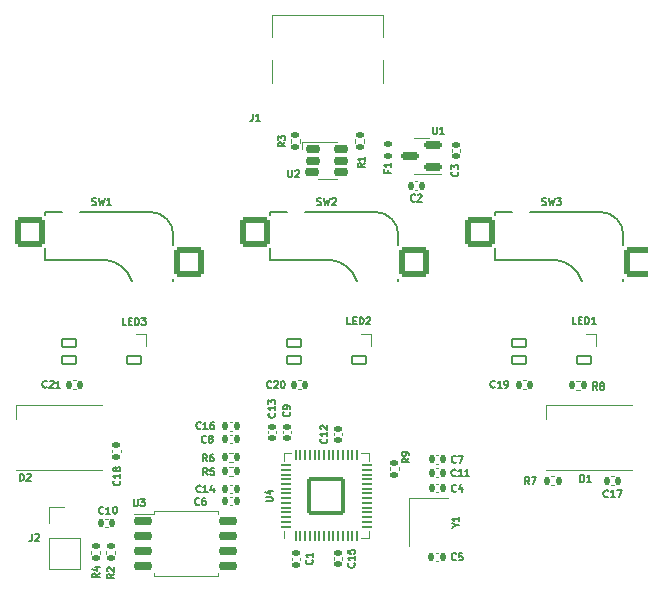
<source format=gbr>
%TF.GenerationSoftware,KiCad,Pcbnew,(6.0.5)*%
%TF.CreationDate,2022-07-04T16:26:11+08:00*%
%TF.ProjectId,RP2040-3k,52503230-3430-42d3-936b-2e6b69636164,rev?*%
%TF.SameCoordinates,Original*%
%TF.FileFunction,Legend,Top*%
%TF.FilePolarity,Positive*%
%FSLAX46Y46*%
G04 Gerber Fmt 4.6, Leading zero omitted, Abs format (unit mm)*
G04 Created by KiCad (PCBNEW (6.0.5)) date 2022-07-04 16:26:11*
%MOMM*%
%LPD*%
G01*
G04 APERTURE LIST*
G04 Aperture macros list*
%AMRoundRect*
0 Rectangle with rounded corners*
0 $1 Rounding radius*
0 $2 $3 $4 $5 $6 $7 $8 $9 X,Y pos of 4 corners*
0 Add a 4 corners polygon primitive as box body*
4,1,4,$2,$3,$4,$5,$6,$7,$8,$9,$2,$3,0*
0 Add four circle primitives for the rounded corners*
1,1,$1+$1,$2,$3*
1,1,$1+$1,$4,$5*
1,1,$1+$1,$6,$7*
1,1,$1+$1,$8,$9*
0 Add four rect primitives between the rounded corners*
20,1,$1+$1,$2,$3,$4,$5,0*
20,1,$1+$1,$4,$5,$6,$7,0*
20,1,$1+$1,$6,$7,$8,$9,0*
20,1,$1+$1,$8,$9,$2,$3,0*%
%AMFreePoly0*
4,1,18,-0.410000,0.265000,0.000000,0.675000,0.328000,0.675000,0.359380,0.668758,0.385983,0.650983,0.403758,0.624380,0.410000,0.593000,0.410000,-0.593000,0.403758,-0.624380,0.385983,-0.650983,0.359380,-0.668758,0.328000,-0.675000,-0.328000,-0.675000,-0.359380,-0.668758,-0.385983,-0.650983,-0.403758,-0.624380,-0.410000,-0.593000,-0.410000,0.265000,-0.410000,0.265000,$1*%
G04 Aperture macros list end*
%ADD10C,0.150000*%
%ADD11C,0.120000*%
%ADD12RoundRect,0.082000X-0.593000X0.328000X-0.593000X-0.328000X0.593000X-0.328000X0.593000X0.328000X0*%
%ADD13FreePoly0,270.000000*%
%ADD14RoundRect,0.140000X0.140000X0.170000X-0.140000X0.170000X-0.140000X-0.170000X0.140000X-0.170000X0*%
%ADD15RoundRect,0.135000X-0.185000X0.135000X-0.185000X-0.135000X0.185000X-0.135000X0.185000X0.135000X0*%
%ADD16RoundRect,0.135000X-0.135000X-0.185000X0.135000X-0.185000X0.135000X0.185000X-0.135000X0.185000X0*%
%ADD17RoundRect,0.050000X0.050000X-0.387500X0.050000X0.387500X-0.050000X0.387500X-0.050000X-0.387500X0*%
%ADD18RoundRect,0.050000X0.387500X-0.050000X0.387500X0.050000X-0.387500X0.050000X-0.387500X-0.050000X0*%
%ADD19RoundRect,0.144000X1.456000X-1.456000X1.456000X1.456000X-1.456000X1.456000X-1.456000X-1.456000X0*%
%ADD20RoundRect,0.150000X-0.650000X-0.150000X0.650000X-0.150000X0.650000X0.150000X-0.650000X0.150000X0*%
%ADD21RoundRect,0.140000X-0.140000X-0.170000X0.140000X-0.170000X0.140000X0.170000X-0.140000X0.170000X0*%
%ADD22RoundRect,0.140000X0.170000X-0.140000X0.170000X0.140000X-0.170000X0.140000X-0.170000X-0.140000X0*%
%ADD23R,1.200000X1.400000*%
%ADD24RoundRect,0.140000X-0.170000X0.140000X-0.170000X-0.140000X0.170000X-0.140000X0.170000X0.140000X0*%
%ADD25R,1.500000X1.000000*%
%ADD26RoundRect,0.135000X0.135000X0.185000X-0.135000X0.185000X-0.135000X-0.185000X0.135000X-0.185000X0*%
%ADD27RoundRect,0.147500X-0.172500X0.147500X-0.172500X-0.147500X0.172500X-0.147500X0.172500X0.147500X0*%
%ADD28R,1.700000X1.700000*%
%ADD29O,1.700000X1.700000*%
%ADD30RoundRect,0.150000X-0.475000X-0.150000X0.475000X-0.150000X0.475000X0.150000X-0.475000X0.150000X0*%
%ADD31C,1.750000*%
%ADD32C,3.987800*%
%ADD33C,3.300000*%
%ADD34RoundRect,0.250000X-1.025000X-1.000000X1.025000X-1.000000X1.025000X1.000000X-1.025000X1.000000X0*%
%ADD35RoundRect,0.150000X0.587500X0.150000X-0.587500X0.150000X-0.587500X-0.150000X0.587500X-0.150000X0*%
%ADD36RoundRect,0.135000X0.185000X-0.135000X0.185000X0.135000X-0.185000X0.135000X-0.185000X-0.135000X0*%
%ADD37C,0.650000*%
%ADD38R,0.600000X1.450000*%
%ADD39R,0.300000X1.450000*%
%ADD40O,1.000000X1.600000*%
%ADD41O,1.000000X2.100000*%
G04 APERTURE END LIST*
D10*
%TO.C,LED3*%
X66341071Y-62031428D02*
X66055357Y-62031428D01*
X66055357Y-61431428D01*
X66541071Y-61717142D02*
X66741071Y-61717142D01*
X66826785Y-62031428D02*
X66541071Y-62031428D01*
X66541071Y-61431428D01*
X66826785Y-61431428D01*
X67083928Y-62031428D02*
X67083928Y-61431428D01*
X67226785Y-61431428D01*
X67312500Y-61460000D01*
X67369642Y-61517142D01*
X67398214Y-61574285D01*
X67426785Y-61688571D01*
X67426785Y-61774285D01*
X67398214Y-61888571D01*
X67369642Y-61945714D01*
X67312500Y-62002857D01*
X67226785Y-62031428D01*
X67083928Y-62031428D01*
X67626785Y-61431428D02*
X67998214Y-61431428D01*
X67798214Y-61660000D01*
X67883928Y-61660000D01*
X67941071Y-61688571D01*
X67969642Y-61717142D01*
X67998214Y-61774285D01*
X67998214Y-61917142D01*
X67969642Y-61974285D01*
X67941071Y-62002857D01*
X67883928Y-62031428D01*
X67712500Y-62031428D01*
X67655357Y-62002857D01*
X67626785Y-61974285D01*
%TO.C,C16*%
X72647685Y-70791685D02*
X72619114Y-70820257D01*
X72533400Y-70848828D01*
X72476257Y-70848828D01*
X72390542Y-70820257D01*
X72333400Y-70763114D01*
X72304828Y-70705971D01*
X72276257Y-70591685D01*
X72276257Y-70505971D01*
X72304828Y-70391685D01*
X72333400Y-70334542D01*
X72390542Y-70277400D01*
X72476257Y-70248828D01*
X72533400Y-70248828D01*
X72619114Y-70277400D01*
X72647685Y-70305971D01*
X73219114Y-70848828D02*
X72876257Y-70848828D01*
X73047685Y-70848828D02*
X73047685Y-70248828D01*
X72990542Y-70334542D01*
X72933400Y-70391685D01*
X72876257Y-70420257D01*
X73733400Y-70248828D02*
X73619114Y-70248828D01*
X73561971Y-70277400D01*
X73533400Y-70305971D01*
X73476257Y-70391685D01*
X73447685Y-70505971D01*
X73447685Y-70734542D01*
X73476257Y-70791685D01*
X73504828Y-70820257D01*
X73561971Y-70848828D01*
X73676257Y-70848828D01*
X73733400Y-70820257D01*
X73761971Y-70791685D01*
X73790542Y-70734542D01*
X73790542Y-70591685D01*
X73761971Y-70534542D01*
X73733400Y-70505971D01*
X73676257Y-70477400D01*
X73561971Y-70477400D01*
X73504828Y-70505971D01*
X73476257Y-70534542D01*
X73447685Y-70591685D01*
%TO.C,R9*%
X90290478Y-73327000D02*
X90004764Y-73527000D01*
X90290478Y-73669857D02*
X89690478Y-73669857D01*
X89690478Y-73441285D01*
X89719050Y-73384142D01*
X89747621Y-73355571D01*
X89804764Y-73327000D01*
X89890478Y-73327000D01*
X89947621Y-73355571D01*
X89976192Y-73384142D01*
X90004764Y-73441285D01*
X90004764Y-73669857D01*
X90290478Y-73041285D02*
X90290478Y-72927000D01*
X90261907Y-72869857D01*
X90233335Y-72841285D01*
X90147621Y-72784142D01*
X90033335Y-72755571D01*
X89804764Y-72755571D01*
X89747621Y-72784142D01*
X89719050Y-72812714D01*
X89690478Y-72869857D01*
X89690478Y-72984142D01*
X89719050Y-73041285D01*
X89747621Y-73069857D01*
X89804764Y-73098428D01*
X89947621Y-73098428D01*
X90004764Y-73069857D01*
X90033335Y-73041285D01*
X90061907Y-72984142D01*
X90061907Y-72869857D01*
X90033335Y-72812714D01*
X90004764Y-72784142D01*
X89947621Y-72755571D01*
%TO.C,R7*%
X100470000Y-75541428D02*
X100270000Y-75255714D01*
X100127142Y-75541428D02*
X100127142Y-74941428D01*
X100355714Y-74941428D01*
X100412857Y-74970000D01*
X100441428Y-74998571D01*
X100470000Y-75055714D01*
X100470000Y-75141428D01*
X100441428Y-75198571D01*
X100412857Y-75227142D01*
X100355714Y-75255714D01*
X100127142Y-75255714D01*
X100670000Y-74941428D02*
X101070000Y-74941428D01*
X100812857Y-75541428D01*
%TO.C,U4*%
X78131428Y-76965892D02*
X78617142Y-76965892D01*
X78674285Y-76937321D01*
X78702857Y-76908750D01*
X78731428Y-76851607D01*
X78731428Y-76737321D01*
X78702857Y-76680178D01*
X78674285Y-76651607D01*
X78617142Y-76623035D01*
X78131428Y-76623035D01*
X78331428Y-76080178D02*
X78731428Y-76080178D01*
X78102857Y-76223035D02*
X78531428Y-76365892D01*
X78531428Y-75994464D01*
%TO.C,R1*%
X86521428Y-48350000D02*
X86235714Y-48550000D01*
X86521428Y-48692857D02*
X85921428Y-48692857D01*
X85921428Y-48464285D01*
X85950000Y-48407142D01*
X85978571Y-48378571D01*
X86035714Y-48350000D01*
X86121428Y-48350000D01*
X86178571Y-48378571D01*
X86207142Y-48407142D01*
X86235714Y-48464285D01*
X86235714Y-48692857D01*
X86521428Y-47778571D02*
X86521428Y-48121428D01*
X86521428Y-47950000D02*
X85921428Y-47950000D01*
X86007142Y-48007142D01*
X86064285Y-48064285D01*
X86092857Y-48121428D01*
%TO.C,U3*%
X66959482Y-76772678D02*
X66959482Y-77258392D01*
X66988053Y-77315535D01*
X67016625Y-77344107D01*
X67073767Y-77372678D01*
X67188053Y-77372678D01*
X67245196Y-77344107D01*
X67273767Y-77315535D01*
X67302339Y-77258392D01*
X67302339Y-76772678D01*
X67530910Y-76772678D02*
X67902339Y-76772678D01*
X67702339Y-77001250D01*
X67788053Y-77001250D01*
X67845196Y-77029821D01*
X67873767Y-77058392D01*
X67902339Y-77115535D01*
X67902339Y-77258392D01*
X67873767Y-77315535D01*
X67845196Y-77344107D01*
X67788053Y-77372678D01*
X67616625Y-77372678D01*
X67559482Y-77344107D01*
X67530910Y-77315535D01*
%TO.C,C7*%
X94265450Y-73639285D02*
X94236878Y-73667857D01*
X94151164Y-73696428D01*
X94094021Y-73696428D01*
X94008307Y-73667857D01*
X93951164Y-73610714D01*
X93922592Y-73553571D01*
X93894021Y-73439285D01*
X93894021Y-73353571D01*
X93922592Y-73239285D01*
X93951164Y-73182142D01*
X94008307Y-73125000D01*
X94094021Y-73096428D01*
X94151164Y-73096428D01*
X94236878Y-73125000D01*
X94265450Y-73153571D01*
X94465450Y-73096428D02*
X94865450Y-73096428D01*
X94608307Y-73696428D01*
%TO.C,C12*%
X83318535Y-71675714D02*
X83347107Y-71704285D01*
X83375678Y-71790000D01*
X83375678Y-71847142D01*
X83347107Y-71932857D01*
X83289964Y-71990000D01*
X83232821Y-72018571D01*
X83118535Y-72047142D01*
X83032821Y-72047142D01*
X82918535Y-72018571D01*
X82861392Y-71990000D01*
X82804250Y-71932857D01*
X82775678Y-71847142D01*
X82775678Y-71790000D01*
X82804250Y-71704285D01*
X82832821Y-71675714D01*
X83375678Y-71104285D02*
X83375678Y-71447142D01*
X83375678Y-71275714D02*
X82775678Y-71275714D01*
X82861392Y-71332857D01*
X82918535Y-71390000D01*
X82947107Y-71447142D01*
X82832821Y-70875714D02*
X82804250Y-70847142D01*
X82775678Y-70790000D01*
X82775678Y-70647142D01*
X82804250Y-70590000D01*
X82832821Y-70561428D01*
X82889964Y-70532857D01*
X82947107Y-70532857D01*
X83032821Y-70561428D01*
X83375678Y-70904285D01*
X83375678Y-70532857D01*
%TO.C,Y1*%
X94265164Y-79000714D02*
X94550878Y-79000714D01*
X93950878Y-79200714D02*
X94265164Y-79000714D01*
X93950878Y-78800714D01*
X94550878Y-78286428D02*
X94550878Y-78629285D01*
X94550878Y-78457857D02*
X93950878Y-78457857D01*
X94036592Y-78515000D01*
X94093735Y-78572142D01*
X94122307Y-78629285D01*
%TO.C,C9*%
X80160535Y-69413000D02*
X80189107Y-69441571D01*
X80217678Y-69527285D01*
X80217678Y-69584428D01*
X80189107Y-69670142D01*
X80131964Y-69727285D01*
X80074821Y-69755857D01*
X79960535Y-69784428D01*
X79874821Y-69784428D01*
X79760535Y-69755857D01*
X79703392Y-69727285D01*
X79646250Y-69670142D01*
X79617678Y-69584428D01*
X79617678Y-69527285D01*
X79646250Y-69441571D01*
X79674821Y-69413000D01*
X80217678Y-69127285D02*
X80217678Y-69013000D01*
X80189107Y-68955857D01*
X80160535Y-68927285D01*
X80074821Y-68870142D01*
X79960535Y-68841571D01*
X79731964Y-68841571D01*
X79674821Y-68870142D01*
X79646250Y-68898714D01*
X79617678Y-68955857D01*
X79617678Y-69070142D01*
X79646250Y-69127285D01*
X79674821Y-69155857D01*
X79731964Y-69184428D01*
X79874821Y-69184428D01*
X79931964Y-69155857D01*
X79960535Y-69127285D01*
X79989107Y-69070142D01*
X79989107Y-68955857D01*
X79960535Y-68898714D01*
X79931964Y-68870142D01*
X79874821Y-68841571D01*
%TO.C,C17*%
X107114285Y-76586285D02*
X107085714Y-76614857D01*
X107000000Y-76643428D01*
X106942857Y-76643428D01*
X106857142Y-76614857D01*
X106800000Y-76557714D01*
X106771428Y-76500571D01*
X106742857Y-76386285D01*
X106742857Y-76300571D01*
X106771428Y-76186285D01*
X106800000Y-76129142D01*
X106857142Y-76072000D01*
X106942857Y-76043428D01*
X107000000Y-76043428D01*
X107085714Y-76072000D01*
X107114285Y-76100571D01*
X107685714Y-76643428D02*
X107342857Y-76643428D01*
X107514285Y-76643428D02*
X107514285Y-76043428D01*
X107457142Y-76129142D01*
X107400000Y-76186285D01*
X107342857Y-76214857D01*
X107885714Y-76043428D02*
X108285714Y-76043428D01*
X108028571Y-76643428D01*
%TO.C,C3*%
X94403485Y-49059200D02*
X94432057Y-49087771D01*
X94460628Y-49173485D01*
X94460628Y-49230628D01*
X94432057Y-49316342D01*
X94374914Y-49373485D01*
X94317771Y-49402057D01*
X94203485Y-49430628D01*
X94117771Y-49430628D01*
X94003485Y-49402057D01*
X93946342Y-49373485D01*
X93889200Y-49316342D01*
X93860628Y-49230628D01*
X93860628Y-49173485D01*
X93889200Y-49087771D01*
X93917771Y-49059200D01*
X93860628Y-48859200D02*
X93860628Y-48487771D01*
X94089200Y-48687771D01*
X94089200Y-48602057D01*
X94117771Y-48544914D01*
X94146342Y-48516342D01*
X94203485Y-48487771D01*
X94346342Y-48487771D01*
X94403485Y-48516342D01*
X94432057Y-48544914D01*
X94460628Y-48602057D01*
X94460628Y-48773485D01*
X94432057Y-48830628D01*
X94403485Y-48859200D01*
%TO.C,C8*%
X73085800Y-71960085D02*
X73057228Y-71988657D01*
X72971514Y-72017228D01*
X72914371Y-72017228D01*
X72828657Y-71988657D01*
X72771514Y-71931514D01*
X72742942Y-71874371D01*
X72714371Y-71760085D01*
X72714371Y-71674371D01*
X72742942Y-71560085D01*
X72771514Y-71502942D01*
X72828657Y-71445800D01*
X72914371Y-71417228D01*
X72971514Y-71417228D01*
X73057228Y-71445800D01*
X73085800Y-71474371D01*
X73428657Y-71674371D02*
X73371514Y-71645800D01*
X73342942Y-71617228D01*
X73314371Y-71560085D01*
X73314371Y-71531514D01*
X73342942Y-71474371D01*
X73371514Y-71445800D01*
X73428657Y-71417228D01*
X73542942Y-71417228D01*
X73600085Y-71445800D01*
X73628657Y-71474371D01*
X73657228Y-71531514D01*
X73657228Y-71560085D01*
X73628657Y-71617228D01*
X73600085Y-71645800D01*
X73542942Y-71674371D01*
X73428657Y-71674371D01*
X73371514Y-71702942D01*
X73342942Y-71731514D01*
X73314371Y-71788657D01*
X73314371Y-71902942D01*
X73342942Y-71960085D01*
X73371514Y-71988657D01*
X73428657Y-72017228D01*
X73542942Y-72017228D01*
X73600085Y-71988657D01*
X73628657Y-71960085D01*
X73657228Y-71902942D01*
X73657228Y-71788657D01*
X73628657Y-71731514D01*
X73600085Y-71702942D01*
X73542942Y-71674371D01*
%TO.C,C1*%
X82067660Y-81948750D02*
X82096232Y-81977321D01*
X82124803Y-82063035D01*
X82124803Y-82120178D01*
X82096232Y-82205892D01*
X82039089Y-82263035D01*
X81981946Y-82291607D01*
X81867660Y-82320178D01*
X81781946Y-82320178D01*
X81667660Y-82291607D01*
X81610517Y-82263035D01*
X81553375Y-82205892D01*
X81524803Y-82120178D01*
X81524803Y-82063035D01*
X81553375Y-81977321D01*
X81581946Y-81948750D01*
X82124803Y-81377321D02*
X82124803Y-81720178D01*
X82124803Y-81548750D02*
X81524803Y-81548750D01*
X81610517Y-81605892D01*
X81667660Y-81663035D01*
X81696232Y-81720178D01*
%TO.C,C6*%
X72518750Y-77219285D02*
X72490178Y-77247857D01*
X72404464Y-77276428D01*
X72347321Y-77276428D01*
X72261607Y-77247857D01*
X72204464Y-77190714D01*
X72175892Y-77133571D01*
X72147321Y-77019285D01*
X72147321Y-76933571D01*
X72175892Y-76819285D01*
X72204464Y-76762142D01*
X72261607Y-76705000D01*
X72347321Y-76676428D01*
X72404464Y-76676428D01*
X72490178Y-76705000D01*
X72518750Y-76733571D01*
X73033035Y-76676428D02*
X72918750Y-76676428D01*
X72861607Y-76705000D01*
X72833035Y-76733571D01*
X72775892Y-76819285D01*
X72747321Y-76933571D01*
X72747321Y-77162142D01*
X72775892Y-77219285D01*
X72804464Y-77247857D01*
X72861607Y-77276428D01*
X72975892Y-77276428D01*
X73033035Y-77247857D01*
X73061607Y-77219285D01*
X73090178Y-77162142D01*
X73090178Y-77019285D01*
X73061607Y-76962142D01*
X73033035Y-76933571D01*
X72975892Y-76905000D01*
X72861607Y-76905000D01*
X72804464Y-76933571D01*
X72775892Y-76962142D01*
X72747321Y-77019285D01*
%TO.C,C2*%
X90787700Y-51531285D02*
X90759128Y-51559857D01*
X90673414Y-51588428D01*
X90616271Y-51588428D01*
X90530557Y-51559857D01*
X90473414Y-51502714D01*
X90444842Y-51445571D01*
X90416271Y-51331285D01*
X90416271Y-51245571D01*
X90444842Y-51131285D01*
X90473414Y-51074142D01*
X90530557Y-51017000D01*
X90616271Y-50988428D01*
X90673414Y-50988428D01*
X90759128Y-51017000D01*
X90787700Y-51045571D01*
X91016271Y-51045571D02*
X91044842Y-51017000D01*
X91101985Y-50988428D01*
X91244842Y-50988428D01*
X91301985Y-51017000D01*
X91330557Y-51045571D01*
X91359128Y-51102714D01*
X91359128Y-51159857D01*
X91330557Y-51245571D01*
X90987700Y-51588428D01*
X91359128Y-51588428D01*
%TO.C,D1*%
X104767142Y-75331028D02*
X104767142Y-74731028D01*
X104910000Y-74731028D01*
X104995714Y-74759600D01*
X105052857Y-74816742D01*
X105081428Y-74873885D01*
X105110000Y-74988171D01*
X105110000Y-75073885D01*
X105081428Y-75188171D01*
X105052857Y-75245314D01*
X104995714Y-75302457D01*
X104910000Y-75331028D01*
X104767142Y-75331028D01*
X105681428Y-75331028D02*
X105338571Y-75331028D01*
X105510000Y-75331028D02*
X105510000Y-74731028D01*
X105452857Y-74816742D01*
X105395714Y-74873885D01*
X105338571Y-74902457D01*
%TO.C,R6*%
X73170100Y-73585078D02*
X72970100Y-73299364D01*
X72827242Y-73585078D02*
X72827242Y-72985078D01*
X73055814Y-72985078D01*
X73112957Y-73013650D01*
X73141528Y-73042221D01*
X73170100Y-73099364D01*
X73170100Y-73185078D01*
X73141528Y-73242221D01*
X73112957Y-73270792D01*
X73055814Y-73299364D01*
X72827242Y-73299364D01*
X73684385Y-72985078D02*
X73570100Y-72985078D01*
X73512957Y-73013650D01*
X73484385Y-73042221D01*
X73427242Y-73127935D01*
X73398671Y-73242221D01*
X73398671Y-73470792D01*
X73427242Y-73527935D01*
X73455814Y-73556507D01*
X73512957Y-73585078D01*
X73627242Y-73585078D01*
X73684385Y-73556507D01*
X73712957Y-73527935D01*
X73741528Y-73470792D01*
X73741528Y-73327935D01*
X73712957Y-73270792D01*
X73684385Y-73242221D01*
X73627242Y-73213650D01*
X73512957Y-73213650D01*
X73455814Y-73242221D01*
X73427242Y-73270792D01*
X73398671Y-73327935D01*
%TO.C,C18*%
X65793785Y-75235339D02*
X65822357Y-75263910D01*
X65850928Y-75349625D01*
X65850928Y-75406767D01*
X65822357Y-75492482D01*
X65765214Y-75549625D01*
X65708071Y-75578196D01*
X65593785Y-75606767D01*
X65508071Y-75606767D01*
X65393785Y-75578196D01*
X65336642Y-75549625D01*
X65279500Y-75492482D01*
X65250928Y-75406767D01*
X65250928Y-75349625D01*
X65279500Y-75263910D01*
X65308071Y-75235339D01*
X65850928Y-74663910D02*
X65850928Y-75006767D01*
X65850928Y-74835339D02*
X65250928Y-74835339D01*
X65336642Y-74892482D01*
X65393785Y-74949625D01*
X65422357Y-75006767D01*
X65508071Y-74321053D02*
X65479500Y-74378196D01*
X65450928Y-74406767D01*
X65393785Y-74435339D01*
X65365214Y-74435339D01*
X65308071Y-74406767D01*
X65279500Y-74378196D01*
X65250928Y-74321053D01*
X65250928Y-74206767D01*
X65279500Y-74149625D01*
X65308071Y-74121053D01*
X65365214Y-74092482D01*
X65393785Y-74092482D01*
X65450928Y-74121053D01*
X65479500Y-74149625D01*
X65508071Y-74206767D01*
X65508071Y-74321053D01*
X65536642Y-74378196D01*
X65565214Y-74406767D01*
X65622357Y-74435339D01*
X65736642Y-74435339D01*
X65793785Y-74406767D01*
X65822357Y-74378196D01*
X65850928Y-74321053D01*
X65850928Y-74206767D01*
X65822357Y-74149625D01*
X65793785Y-74121053D01*
X65736642Y-74092482D01*
X65622357Y-74092482D01*
X65565214Y-74121053D01*
X65536642Y-74149625D01*
X65508071Y-74206767D01*
%TO.C,R4*%
X64073178Y-83074400D02*
X63787464Y-83274400D01*
X64073178Y-83417257D02*
X63473178Y-83417257D01*
X63473178Y-83188685D01*
X63501750Y-83131542D01*
X63530321Y-83102971D01*
X63587464Y-83074400D01*
X63673178Y-83074400D01*
X63730321Y-83102971D01*
X63758892Y-83131542D01*
X63787464Y-83188685D01*
X63787464Y-83417257D01*
X63673178Y-82560114D02*
X64073178Y-82560114D01*
X63444607Y-82702971D02*
X63873178Y-82845828D01*
X63873178Y-82474400D01*
%TO.C,C19*%
X97544285Y-67294285D02*
X97515714Y-67322857D01*
X97430000Y-67351428D01*
X97372857Y-67351428D01*
X97287142Y-67322857D01*
X97230000Y-67265714D01*
X97201428Y-67208571D01*
X97172857Y-67094285D01*
X97172857Y-67008571D01*
X97201428Y-66894285D01*
X97230000Y-66837142D01*
X97287142Y-66780000D01*
X97372857Y-66751428D01*
X97430000Y-66751428D01*
X97515714Y-66780000D01*
X97544285Y-66808571D01*
X98115714Y-67351428D02*
X97772857Y-67351428D01*
X97944285Y-67351428D02*
X97944285Y-66751428D01*
X97887142Y-66837142D01*
X97830000Y-66894285D01*
X97772857Y-66922857D01*
X98401428Y-67351428D02*
X98515714Y-67351428D01*
X98572857Y-67322857D01*
X98601428Y-67294285D01*
X98658571Y-67208571D01*
X98687142Y-67094285D01*
X98687142Y-66865714D01*
X98658571Y-66808571D01*
X98630000Y-66780000D01*
X98572857Y-66751428D01*
X98458571Y-66751428D01*
X98401428Y-66780000D01*
X98372857Y-66808571D01*
X98344285Y-66865714D01*
X98344285Y-67008571D01*
X98372857Y-67065714D01*
X98401428Y-67094285D01*
X98458571Y-67122857D01*
X98572857Y-67122857D01*
X98630000Y-67094285D01*
X98658571Y-67065714D01*
X98687142Y-67008571D01*
%TO.C,C11*%
X94238935Y-74810085D02*
X94210364Y-74838657D01*
X94124650Y-74867228D01*
X94067507Y-74867228D01*
X93981792Y-74838657D01*
X93924650Y-74781514D01*
X93896078Y-74724371D01*
X93867507Y-74610085D01*
X93867507Y-74524371D01*
X93896078Y-74410085D01*
X93924650Y-74352942D01*
X93981792Y-74295800D01*
X94067507Y-74267228D01*
X94124650Y-74267228D01*
X94210364Y-74295800D01*
X94238935Y-74324371D01*
X94810364Y-74867228D02*
X94467507Y-74867228D01*
X94638935Y-74867228D02*
X94638935Y-74267228D01*
X94581792Y-74352942D01*
X94524650Y-74410085D01*
X94467507Y-74438657D01*
X95381792Y-74867228D02*
X95038935Y-74867228D01*
X95210364Y-74867228D02*
X95210364Y-74267228D01*
X95153221Y-74352942D01*
X95096078Y-74410085D01*
X95038935Y-74438657D01*
%TO.C,F1*%
X88467142Y-48950000D02*
X88467142Y-49150000D01*
X88781428Y-49150000D02*
X88181428Y-49150000D01*
X88181428Y-48864285D01*
X88781428Y-48321428D02*
X88781428Y-48664285D01*
X88781428Y-48492857D02*
X88181428Y-48492857D01*
X88267142Y-48550000D01*
X88324285Y-48607142D01*
X88352857Y-48664285D01*
%TO.C,J2*%
X58370000Y-79721428D02*
X58370000Y-80150000D01*
X58341428Y-80235714D01*
X58284285Y-80292857D01*
X58198571Y-80321428D01*
X58141428Y-80321428D01*
X58627142Y-79778571D02*
X58655714Y-79750000D01*
X58712857Y-79721428D01*
X58855714Y-79721428D01*
X58912857Y-79750000D01*
X58941428Y-79778571D01*
X58970000Y-79835714D01*
X58970000Y-79892857D01*
X58941428Y-79978571D01*
X58598571Y-80321428D01*
X58970000Y-80321428D01*
%TO.C,C13*%
X78900535Y-69510714D02*
X78929107Y-69539285D01*
X78957678Y-69625000D01*
X78957678Y-69682142D01*
X78929107Y-69767857D01*
X78871964Y-69825000D01*
X78814821Y-69853571D01*
X78700535Y-69882142D01*
X78614821Y-69882142D01*
X78500535Y-69853571D01*
X78443392Y-69825000D01*
X78386250Y-69767857D01*
X78357678Y-69682142D01*
X78357678Y-69625000D01*
X78386250Y-69539285D01*
X78414821Y-69510714D01*
X78957678Y-68939285D02*
X78957678Y-69282142D01*
X78957678Y-69110714D02*
X78357678Y-69110714D01*
X78443392Y-69167857D01*
X78500535Y-69225000D01*
X78529107Y-69282142D01*
X78357678Y-68739285D02*
X78357678Y-68367857D01*
X78586250Y-68567857D01*
X78586250Y-68482142D01*
X78614821Y-68425000D01*
X78643392Y-68396428D01*
X78700535Y-68367857D01*
X78843392Y-68367857D01*
X78900535Y-68396428D01*
X78929107Y-68425000D01*
X78957678Y-68482142D01*
X78957678Y-68653571D01*
X78929107Y-68710714D01*
X78900535Y-68739285D01*
%TO.C,R5*%
X73220900Y-74753478D02*
X73020900Y-74467764D01*
X72878042Y-74753478D02*
X72878042Y-74153478D01*
X73106614Y-74153478D01*
X73163757Y-74182050D01*
X73192328Y-74210621D01*
X73220900Y-74267764D01*
X73220900Y-74353478D01*
X73192328Y-74410621D01*
X73163757Y-74439192D01*
X73106614Y-74467764D01*
X72878042Y-74467764D01*
X73763757Y-74153478D02*
X73478042Y-74153478D01*
X73449471Y-74439192D01*
X73478042Y-74410621D01*
X73535185Y-74382050D01*
X73678042Y-74382050D01*
X73735185Y-74410621D01*
X73763757Y-74439192D01*
X73792328Y-74496335D01*
X73792328Y-74639192D01*
X73763757Y-74696335D01*
X73735185Y-74724907D01*
X73678042Y-74753478D01*
X73535185Y-74753478D01*
X73478042Y-74724907D01*
X73449471Y-74696335D01*
%TO.C,C4*%
X94270650Y-76110085D02*
X94242078Y-76138657D01*
X94156364Y-76167228D01*
X94099221Y-76167228D01*
X94013507Y-76138657D01*
X93956364Y-76081514D01*
X93927792Y-76024371D01*
X93899221Y-75910085D01*
X93899221Y-75824371D01*
X93927792Y-75710085D01*
X93956364Y-75652942D01*
X94013507Y-75595800D01*
X94099221Y-75567228D01*
X94156364Y-75567228D01*
X94242078Y-75595800D01*
X94270650Y-75624371D01*
X94784935Y-75767228D02*
X94784935Y-76167228D01*
X94642078Y-75538657D02*
X94499221Y-75967228D01*
X94870650Y-75967228D01*
%TO.C,R8*%
X106210000Y-67511428D02*
X106010000Y-67225714D01*
X105867142Y-67511428D02*
X105867142Y-66911428D01*
X106095714Y-66911428D01*
X106152857Y-66940000D01*
X106181428Y-66968571D01*
X106210000Y-67025714D01*
X106210000Y-67111428D01*
X106181428Y-67168571D01*
X106152857Y-67197142D01*
X106095714Y-67225714D01*
X105867142Y-67225714D01*
X106552857Y-67168571D02*
X106495714Y-67140000D01*
X106467142Y-67111428D01*
X106438571Y-67054285D01*
X106438571Y-67025714D01*
X106467142Y-66968571D01*
X106495714Y-66940000D01*
X106552857Y-66911428D01*
X106667142Y-66911428D01*
X106724285Y-66940000D01*
X106752857Y-66968571D01*
X106781428Y-67025714D01*
X106781428Y-67054285D01*
X106752857Y-67111428D01*
X106724285Y-67140000D01*
X106667142Y-67168571D01*
X106552857Y-67168571D01*
X106495714Y-67197142D01*
X106467142Y-67225714D01*
X106438571Y-67282857D01*
X106438571Y-67397142D01*
X106467142Y-67454285D01*
X106495714Y-67482857D01*
X106552857Y-67511428D01*
X106667142Y-67511428D01*
X106724285Y-67482857D01*
X106752857Y-67454285D01*
X106781428Y-67397142D01*
X106781428Y-67282857D01*
X106752857Y-67225714D01*
X106724285Y-67197142D01*
X106667142Y-67168571D01*
%TO.C,D2*%
X57324167Y-75229428D02*
X57324167Y-74629428D01*
X57467025Y-74629428D01*
X57552739Y-74658000D01*
X57609882Y-74715142D01*
X57638453Y-74772285D01*
X57667025Y-74886571D01*
X57667025Y-74972285D01*
X57638453Y-75086571D01*
X57609882Y-75143714D01*
X57552739Y-75200857D01*
X57467025Y-75229428D01*
X57324167Y-75229428D01*
X57895596Y-74686571D02*
X57924167Y-74658000D01*
X57981310Y-74629428D01*
X58124167Y-74629428D01*
X58181310Y-74658000D01*
X58209882Y-74686571D01*
X58238453Y-74743714D01*
X58238453Y-74800857D01*
X58209882Y-74886571D01*
X57867025Y-75229428D01*
X58238453Y-75229428D01*
%TO.C,R3*%
X79771428Y-46584000D02*
X79485714Y-46784000D01*
X79771428Y-46926857D02*
X79171428Y-46926857D01*
X79171428Y-46698285D01*
X79200000Y-46641142D01*
X79228571Y-46612571D01*
X79285714Y-46584000D01*
X79371428Y-46584000D01*
X79428571Y-46612571D01*
X79457142Y-46641142D01*
X79485714Y-46698285D01*
X79485714Y-46926857D01*
X79171428Y-46384000D02*
X79171428Y-46012571D01*
X79400000Y-46212571D01*
X79400000Y-46126857D01*
X79428571Y-46069714D01*
X79457142Y-46041142D01*
X79514285Y-46012571D01*
X79657142Y-46012571D01*
X79714285Y-46041142D01*
X79742857Y-46069714D01*
X79771428Y-46126857D01*
X79771428Y-46298285D01*
X79742857Y-46355428D01*
X79714285Y-46384000D01*
%TO.C,C20*%
X78614285Y-67334285D02*
X78585714Y-67362857D01*
X78500000Y-67391428D01*
X78442857Y-67391428D01*
X78357142Y-67362857D01*
X78300000Y-67305714D01*
X78271428Y-67248571D01*
X78242857Y-67134285D01*
X78242857Y-67048571D01*
X78271428Y-66934285D01*
X78300000Y-66877142D01*
X78357142Y-66820000D01*
X78442857Y-66791428D01*
X78500000Y-66791428D01*
X78585714Y-66820000D01*
X78614285Y-66848571D01*
X78842857Y-66848571D02*
X78871428Y-66820000D01*
X78928571Y-66791428D01*
X79071428Y-66791428D01*
X79128571Y-66820000D01*
X79157142Y-66848571D01*
X79185714Y-66905714D01*
X79185714Y-66962857D01*
X79157142Y-67048571D01*
X78814285Y-67391428D01*
X79185714Y-67391428D01*
X79557142Y-66791428D02*
X79614285Y-66791428D01*
X79671428Y-66820000D01*
X79700000Y-66848571D01*
X79728571Y-66905714D01*
X79757142Y-67020000D01*
X79757142Y-67162857D01*
X79728571Y-67277142D01*
X79700000Y-67334285D01*
X79671428Y-67362857D01*
X79614285Y-67391428D01*
X79557142Y-67391428D01*
X79500000Y-67362857D01*
X79471428Y-67334285D01*
X79442857Y-67277142D01*
X79414285Y-67162857D01*
X79414285Y-67020000D01*
X79442857Y-66905714D01*
X79471428Y-66848571D01*
X79500000Y-66820000D01*
X79557142Y-66791428D01*
%TO.C,LED2*%
X85351071Y-61991428D02*
X85065357Y-61991428D01*
X85065357Y-61391428D01*
X85551071Y-61677142D02*
X85751071Y-61677142D01*
X85836785Y-61991428D02*
X85551071Y-61991428D01*
X85551071Y-61391428D01*
X85836785Y-61391428D01*
X86093928Y-61991428D02*
X86093928Y-61391428D01*
X86236785Y-61391428D01*
X86322500Y-61420000D01*
X86379642Y-61477142D01*
X86408214Y-61534285D01*
X86436785Y-61648571D01*
X86436785Y-61734285D01*
X86408214Y-61848571D01*
X86379642Y-61905714D01*
X86322500Y-61962857D01*
X86236785Y-61991428D01*
X86093928Y-61991428D01*
X86665357Y-61448571D02*
X86693928Y-61420000D01*
X86751071Y-61391428D01*
X86893928Y-61391428D01*
X86951071Y-61420000D01*
X86979642Y-61448571D01*
X87008214Y-61505714D01*
X87008214Y-61562857D01*
X86979642Y-61648571D01*
X86636785Y-61991428D01*
X87008214Y-61991428D01*
%TO.C,U2*%
X80042857Y-48921428D02*
X80042857Y-49407142D01*
X80071428Y-49464285D01*
X80100000Y-49492857D01*
X80157142Y-49521428D01*
X80271428Y-49521428D01*
X80328571Y-49492857D01*
X80357142Y-49464285D01*
X80385714Y-49407142D01*
X80385714Y-48921428D01*
X80642857Y-48978571D02*
X80671428Y-48950000D01*
X80728571Y-48921428D01*
X80871428Y-48921428D01*
X80928571Y-48950000D01*
X80957142Y-48978571D01*
X80985714Y-49035714D01*
X80985714Y-49092857D01*
X80957142Y-49178571D01*
X80614285Y-49521428D01*
X80985714Y-49521428D01*
%TO.C,C5*%
X94260650Y-81904285D02*
X94232078Y-81932857D01*
X94146364Y-81961428D01*
X94089221Y-81961428D01*
X94003507Y-81932857D01*
X93946364Y-81875714D01*
X93917792Y-81818571D01*
X93889221Y-81704285D01*
X93889221Y-81618571D01*
X93917792Y-81504285D01*
X93946364Y-81447142D01*
X94003507Y-81390000D01*
X94089221Y-81361428D01*
X94146364Y-81361428D01*
X94232078Y-81390000D01*
X94260650Y-81418571D01*
X94803507Y-81361428D02*
X94517792Y-81361428D01*
X94489221Y-81647142D01*
X94517792Y-81618571D01*
X94574935Y-81590000D01*
X94717792Y-81590000D01*
X94774935Y-81618571D01*
X94803507Y-81647142D01*
X94832078Y-81704285D01*
X94832078Y-81847142D01*
X94803507Y-81904285D01*
X94774935Y-81932857D01*
X94717792Y-81961428D01*
X94574935Y-81961428D01*
X94517792Y-81932857D01*
X94489221Y-81904285D01*
%TO.C,SW1*%
X63450375Y-51852857D02*
X63536089Y-51881428D01*
X63678946Y-51881428D01*
X63736089Y-51852857D01*
X63764660Y-51824285D01*
X63793232Y-51767142D01*
X63793232Y-51710000D01*
X63764660Y-51652857D01*
X63736089Y-51624285D01*
X63678946Y-51595714D01*
X63564660Y-51567142D01*
X63507517Y-51538571D01*
X63478946Y-51510000D01*
X63450375Y-51452857D01*
X63450375Y-51395714D01*
X63478946Y-51338571D01*
X63507517Y-51310000D01*
X63564660Y-51281428D01*
X63707517Y-51281428D01*
X63793232Y-51310000D01*
X63993232Y-51281428D02*
X64136089Y-51881428D01*
X64250375Y-51452857D01*
X64364660Y-51881428D01*
X64507517Y-51281428D01*
X65050375Y-51881428D02*
X64707517Y-51881428D01*
X64878946Y-51881428D02*
X64878946Y-51281428D01*
X64821803Y-51367142D01*
X64764660Y-51424285D01*
X64707517Y-51452857D01*
%TO.C,SW2*%
X82500375Y-51852857D02*
X82586089Y-51881428D01*
X82728946Y-51881428D01*
X82786089Y-51852857D01*
X82814660Y-51824285D01*
X82843232Y-51767142D01*
X82843232Y-51710000D01*
X82814660Y-51652857D01*
X82786089Y-51624285D01*
X82728946Y-51595714D01*
X82614660Y-51567142D01*
X82557517Y-51538571D01*
X82528946Y-51510000D01*
X82500375Y-51452857D01*
X82500375Y-51395714D01*
X82528946Y-51338571D01*
X82557517Y-51310000D01*
X82614660Y-51281428D01*
X82757517Y-51281428D01*
X82843232Y-51310000D01*
X83043232Y-51281428D02*
X83186089Y-51881428D01*
X83300375Y-51452857D01*
X83414660Y-51881428D01*
X83557517Y-51281428D01*
X83757517Y-51338571D02*
X83786089Y-51310000D01*
X83843232Y-51281428D01*
X83986089Y-51281428D01*
X84043232Y-51310000D01*
X84071803Y-51338571D01*
X84100375Y-51395714D01*
X84100375Y-51452857D01*
X84071803Y-51538571D01*
X83728946Y-51881428D01*
X84100375Y-51881428D01*
%TO.C,U1*%
X92295357Y-45238428D02*
X92295357Y-45724142D01*
X92323928Y-45781285D01*
X92352500Y-45809857D01*
X92409642Y-45838428D01*
X92523928Y-45838428D01*
X92581071Y-45809857D01*
X92609642Y-45781285D01*
X92638214Y-45724142D01*
X92638214Y-45238428D01*
X93238214Y-45838428D02*
X92895357Y-45838428D01*
X93066785Y-45838428D02*
X93066785Y-45238428D01*
X93009642Y-45324142D01*
X92952500Y-45381285D01*
X92895357Y-45409857D01*
%TO.C,C10*%
X64409285Y-77959285D02*
X64380714Y-77987857D01*
X64295000Y-78016428D01*
X64237857Y-78016428D01*
X64152142Y-77987857D01*
X64095000Y-77930714D01*
X64066428Y-77873571D01*
X64037857Y-77759285D01*
X64037857Y-77673571D01*
X64066428Y-77559285D01*
X64095000Y-77502142D01*
X64152142Y-77445000D01*
X64237857Y-77416428D01*
X64295000Y-77416428D01*
X64380714Y-77445000D01*
X64409285Y-77473571D01*
X64980714Y-78016428D02*
X64637857Y-78016428D01*
X64809285Y-78016428D02*
X64809285Y-77416428D01*
X64752142Y-77502142D01*
X64695000Y-77559285D01*
X64637857Y-77587857D01*
X65352142Y-77416428D02*
X65409285Y-77416428D01*
X65466428Y-77445000D01*
X65495000Y-77473571D01*
X65523571Y-77530714D01*
X65552142Y-77645000D01*
X65552142Y-77787857D01*
X65523571Y-77902142D01*
X65495000Y-77959285D01*
X65466428Y-77987857D01*
X65409285Y-78016428D01*
X65352142Y-78016428D01*
X65295000Y-77987857D01*
X65266428Y-77959285D01*
X65237857Y-77902142D01*
X65209285Y-77787857D01*
X65209285Y-77645000D01*
X65237857Y-77530714D01*
X65266428Y-77473571D01*
X65295000Y-77445000D01*
X65352142Y-77416428D01*
%TO.C,LED1*%
X104441071Y-61951428D02*
X104155357Y-61951428D01*
X104155357Y-61351428D01*
X104641071Y-61637142D02*
X104841071Y-61637142D01*
X104926785Y-61951428D02*
X104641071Y-61951428D01*
X104641071Y-61351428D01*
X104926785Y-61351428D01*
X105183928Y-61951428D02*
X105183928Y-61351428D01*
X105326785Y-61351428D01*
X105412500Y-61380000D01*
X105469642Y-61437142D01*
X105498214Y-61494285D01*
X105526785Y-61608571D01*
X105526785Y-61694285D01*
X105498214Y-61808571D01*
X105469642Y-61865714D01*
X105412500Y-61922857D01*
X105326785Y-61951428D01*
X105183928Y-61951428D01*
X106098214Y-61951428D02*
X105755357Y-61951428D01*
X105926785Y-61951428D02*
X105926785Y-61351428D01*
X105869642Y-61437142D01*
X105812500Y-61494285D01*
X105755357Y-61522857D01*
%TO.C,C21*%
X59614285Y-67294285D02*
X59585714Y-67322857D01*
X59500000Y-67351428D01*
X59442857Y-67351428D01*
X59357142Y-67322857D01*
X59300000Y-67265714D01*
X59271428Y-67208571D01*
X59242857Y-67094285D01*
X59242857Y-67008571D01*
X59271428Y-66894285D01*
X59300000Y-66837142D01*
X59357142Y-66780000D01*
X59442857Y-66751428D01*
X59500000Y-66751428D01*
X59585714Y-66780000D01*
X59614285Y-66808571D01*
X59842857Y-66808571D02*
X59871428Y-66780000D01*
X59928571Y-66751428D01*
X60071428Y-66751428D01*
X60128571Y-66780000D01*
X60157142Y-66808571D01*
X60185714Y-66865714D01*
X60185714Y-66922857D01*
X60157142Y-67008571D01*
X59814285Y-67351428D01*
X60185714Y-67351428D01*
X60757142Y-67351428D02*
X60414285Y-67351428D01*
X60585714Y-67351428D02*
X60585714Y-66751428D01*
X60528571Y-66837142D01*
X60471428Y-66894285D01*
X60414285Y-66922857D01*
%TO.C,C14*%
X72647685Y-76153285D02*
X72619114Y-76181857D01*
X72533400Y-76210428D01*
X72476257Y-76210428D01*
X72390542Y-76181857D01*
X72333400Y-76124714D01*
X72304828Y-76067571D01*
X72276257Y-75953285D01*
X72276257Y-75867571D01*
X72304828Y-75753285D01*
X72333400Y-75696142D01*
X72390542Y-75639000D01*
X72476257Y-75610428D01*
X72533400Y-75610428D01*
X72619114Y-75639000D01*
X72647685Y-75667571D01*
X73219114Y-76210428D02*
X72876257Y-76210428D01*
X73047685Y-76210428D02*
X73047685Y-75610428D01*
X72990542Y-75696142D01*
X72933400Y-75753285D01*
X72876257Y-75781857D01*
X73733400Y-75810428D02*
X73733400Y-76210428D01*
X73590542Y-75581857D02*
X73447685Y-76010428D01*
X73819114Y-76010428D01*
%TO.C,SW3*%
X101550375Y-51852857D02*
X101636089Y-51881428D01*
X101778946Y-51881428D01*
X101836089Y-51852857D01*
X101864660Y-51824285D01*
X101893232Y-51767142D01*
X101893232Y-51710000D01*
X101864660Y-51652857D01*
X101836089Y-51624285D01*
X101778946Y-51595714D01*
X101664660Y-51567142D01*
X101607517Y-51538571D01*
X101578946Y-51510000D01*
X101550375Y-51452857D01*
X101550375Y-51395714D01*
X101578946Y-51338571D01*
X101607517Y-51310000D01*
X101664660Y-51281428D01*
X101807517Y-51281428D01*
X101893232Y-51310000D01*
X102093232Y-51281428D02*
X102236089Y-51881428D01*
X102350375Y-51452857D01*
X102464660Y-51881428D01*
X102607517Y-51281428D01*
X102778946Y-51281428D02*
X103150375Y-51281428D01*
X102950375Y-51510000D01*
X103036089Y-51510000D01*
X103093232Y-51538571D01*
X103121803Y-51567142D01*
X103150375Y-51624285D01*
X103150375Y-51767142D01*
X103121803Y-51824285D01*
X103093232Y-51852857D01*
X103036089Y-51881428D01*
X102864660Y-51881428D01*
X102807517Y-51852857D01*
X102778946Y-51824285D01*
%TO.C,R2*%
X65313053Y-83121450D02*
X65027339Y-83321450D01*
X65313053Y-83464307D02*
X64713053Y-83464307D01*
X64713053Y-83235735D01*
X64741625Y-83178592D01*
X64770196Y-83150021D01*
X64827339Y-83121450D01*
X64913053Y-83121450D01*
X64970196Y-83150021D01*
X64998767Y-83178592D01*
X65027339Y-83235735D01*
X65027339Y-83464307D01*
X64770196Y-82892878D02*
X64741625Y-82864307D01*
X64713053Y-82807164D01*
X64713053Y-82664307D01*
X64741625Y-82607164D01*
X64770196Y-82578592D01*
X64827339Y-82550021D01*
X64884482Y-82550021D01*
X64970196Y-82578592D01*
X65313053Y-82921450D01*
X65313053Y-82550021D01*
%TO.C,C15*%
X85623660Y-82206464D02*
X85652232Y-82235035D01*
X85680803Y-82320750D01*
X85680803Y-82377892D01*
X85652232Y-82463607D01*
X85595089Y-82520750D01*
X85537946Y-82549321D01*
X85423660Y-82577892D01*
X85337946Y-82577892D01*
X85223660Y-82549321D01*
X85166517Y-82520750D01*
X85109375Y-82463607D01*
X85080803Y-82377892D01*
X85080803Y-82320750D01*
X85109375Y-82235035D01*
X85137946Y-82206464D01*
X85680803Y-81635035D02*
X85680803Y-81977892D01*
X85680803Y-81806464D02*
X85080803Y-81806464D01*
X85166517Y-81863607D01*
X85223660Y-81920750D01*
X85252232Y-81977892D01*
X85080803Y-81092178D02*
X85080803Y-81377892D01*
X85366517Y-81406464D01*
X85337946Y-81377892D01*
X85309375Y-81320750D01*
X85309375Y-81177892D01*
X85337946Y-81120750D01*
X85366517Y-81092178D01*
X85423660Y-81063607D01*
X85566517Y-81063607D01*
X85623660Y-81092178D01*
X85652232Y-81120750D01*
X85680803Y-81177892D01*
X85680803Y-81320750D01*
X85652232Y-81377892D01*
X85623660Y-81406464D01*
%TO.C,J1*%
X77050000Y-44171428D02*
X77050000Y-44600000D01*
X77021428Y-44685714D01*
X76964285Y-44742857D01*
X76878571Y-44771428D01*
X76821428Y-44771428D01*
X77650000Y-44771428D02*
X77307142Y-44771428D01*
X77478571Y-44771428D02*
X77478571Y-44171428D01*
X77421428Y-44257142D01*
X77364285Y-44314285D01*
X77307142Y-44342857D01*
D11*
%TO.C,LED3*%
X68050375Y-63790000D02*
X68050375Y-62790000D01*
X68050375Y-62790000D02*
X67150375Y-62790000D01*
%TO.C,C16*%
X75302836Y-70268200D02*
X75087164Y-70268200D01*
X75302836Y-70988200D02*
X75087164Y-70988200D01*
%TO.C,R9*%
X89426250Y-74051359D02*
X89426250Y-74358641D01*
X88666250Y-74051359D02*
X88666250Y-74358641D01*
%TO.C,R7*%
X102276359Y-75600000D02*
X102583641Y-75600000D01*
X102276359Y-74840000D02*
X102583641Y-74840000D01*
%TO.C,U4*%
X86890000Y-79468750D02*
X86890000Y-80118750D01*
X79670000Y-73548750D02*
X79670000Y-72898750D01*
X86890000Y-80118750D02*
X86240000Y-80118750D01*
X79670000Y-72898750D02*
X80320000Y-72898750D01*
X86890000Y-72898750D02*
X86240000Y-72898750D01*
X86890000Y-73548750D02*
X86890000Y-72898750D01*
X79670000Y-79468750D02*
X79670000Y-80118750D01*
%TO.C,R1*%
X85726000Y-46328359D02*
X85726000Y-46635641D01*
X86486000Y-46328359D02*
X86486000Y-46635641D01*
%TO.C,U3*%
X74105000Y-83265000D02*
X74105000Y-83005000D01*
X74105000Y-77815000D02*
X74105000Y-78075000D01*
X71380000Y-77815000D02*
X68655000Y-77815000D01*
X71380000Y-83265000D02*
X68655000Y-83265000D01*
X71380000Y-77815000D02*
X74105000Y-77815000D01*
X68655000Y-83265000D02*
X68655000Y-83005000D01*
X68655000Y-77815000D02*
X68655000Y-78075000D01*
X68655000Y-78075000D02*
X66980000Y-78075000D01*
X71380000Y-83265000D02*
X74105000Y-83265000D01*
%TO.C,C7*%
X92558414Y-73785000D02*
X92774086Y-73785000D01*
X92558414Y-73065000D02*
X92774086Y-73065000D01*
%TO.C,C12*%
X84624250Y-71397836D02*
X84624250Y-71182164D01*
X83904250Y-71397836D02*
X83904250Y-71182164D01*
%TO.C,Y1*%
X93606250Y-76715000D02*
X90306250Y-76715000D01*
X90306250Y-76715000D02*
X90306250Y-80715000D01*
%TO.C,C9*%
X80306250Y-71226836D02*
X80306250Y-71011164D01*
X79586250Y-71226836D02*
X79586250Y-71011164D01*
%TO.C,C17*%
X107607836Y-74852000D02*
X107392164Y-74852000D01*
X107607836Y-75572000D02*
X107392164Y-75572000D01*
%TO.C,C3*%
X93880000Y-47152164D02*
X93880000Y-47367836D01*
X94600000Y-47152164D02*
X94600000Y-47367836D01*
%TO.C,C8*%
X75302836Y-72055000D02*
X75087164Y-72055000D01*
X75302836Y-71335000D02*
X75087164Y-71335000D01*
%TO.C,C1*%
X80333375Y-81740914D02*
X80333375Y-81956586D01*
X81053375Y-81740914D02*
X81053375Y-81956586D01*
%TO.C,C6*%
X75302836Y-77315000D02*
X75087164Y-77315000D01*
X75302836Y-76595000D02*
X75087164Y-76595000D01*
%TO.C,C2*%
X90779864Y-49894600D02*
X90995536Y-49894600D01*
X90779864Y-50614600D02*
X90995536Y-50614600D01*
%TO.C,D1*%
X101875375Y-68842500D02*
X101875375Y-69992500D01*
X109175375Y-74342500D02*
X101875375Y-74342500D01*
X109175375Y-68842500D02*
X101875375Y-68842500D01*
%TO.C,R6*%
X75356141Y-73642850D02*
X75048859Y-73642850D01*
X75356141Y-72882850D02*
X75048859Y-72882850D01*
%TO.C,C18*%
X65137500Y-72830336D02*
X65137500Y-72614664D01*
X65857500Y-72830336D02*
X65857500Y-72614664D01*
%TO.C,R4*%
X63390000Y-81146359D02*
X63390000Y-81453641D01*
X64150000Y-81146359D02*
X64150000Y-81453641D01*
%TO.C,C19*%
X99952789Y-67444000D02*
X100168461Y-67444000D01*
X99952789Y-66724000D02*
X100168461Y-66724000D01*
%TO.C,C11*%
X92558414Y-74185000D02*
X92774086Y-74185000D01*
X92558414Y-74905000D02*
X92774086Y-74905000D01*
%TO.C,J2*%
X59760000Y-80090000D02*
X59760000Y-82690000D01*
X59760000Y-80090000D02*
X62420000Y-80090000D01*
X62420000Y-80090000D02*
X62420000Y-82690000D01*
X59760000Y-78820000D02*
X59760000Y-77490000D01*
X59760000Y-77490000D02*
X61090000Y-77490000D01*
X59760000Y-82690000D02*
X62420000Y-82690000D01*
%TO.C,C13*%
X78316250Y-71226836D02*
X78316250Y-71011164D01*
X79036250Y-71226836D02*
X79036250Y-71011164D01*
%TO.C,R5*%
X75356141Y-74811250D02*
X75048859Y-74811250D01*
X75356141Y-74051250D02*
X75048859Y-74051250D01*
%TO.C,C4*%
X92774086Y-76205000D02*
X92558414Y-76205000D01*
X92774086Y-75485000D02*
X92558414Y-75485000D01*
%TO.C,R8*%
X104426359Y-67520000D02*
X104733641Y-67520000D01*
X104426359Y-66760000D02*
X104733641Y-66760000D01*
%TO.C,D2*%
X57016375Y-68842500D02*
X57016375Y-69992500D01*
X64316375Y-74342500D02*
X57016375Y-74342500D01*
X64316375Y-68842500D02*
X57016375Y-68842500D01*
%TO.C,R3*%
X81025000Y-46330359D02*
X81025000Y-46637641D01*
X80265000Y-46330359D02*
X80265000Y-46637641D01*
%TO.C,C20*%
X80902789Y-66724000D02*
X81118461Y-66724000D01*
X80902789Y-67444000D02*
X81118461Y-67444000D01*
%TO.C,LED2*%
X87100375Y-62790000D02*
X86200375Y-62790000D01*
X87100375Y-63790000D02*
X87100375Y-62790000D01*
%TO.C,U2*%
X83343750Y-49693000D02*
X82543750Y-49693000D01*
X81243750Y-47183000D02*
X81243750Y-46573000D01*
X83343750Y-49693000D02*
X84143750Y-49693000D01*
X81243750Y-46573000D02*
X84143750Y-46573000D01*
%TO.C,C5*%
X92548414Y-82050000D02*
X92764086Y-82050000D01*
X92548414Y-81330000D02*
X92764086Y-81330000D01*
D10*
%TO.C,SW1*%
X59435551Y-52459780D02*
X59435551Y-52689780D01*
X59435551Y-55539780D02*
X59435551Y-56509780D01*
X68335551Y-52459780D02*
X62435551Y-52459780D01*
X70335551Y-58109780D02*
X70335551Y-58349780D01*
X70335551Y-55259780D02*
X70335551Y-54459780D01*
X59435551Y-56509780D02*
X64535551Y-56509780D01*
X60935551Y-52459780D02*
X59435551Y-52459780D01*
X66821191Y-58336262D02*
G75*
G03*
X64535551Y-56509780I-2570816J-873738D01*
G01*
X70335545Y-54459780D02*
G75*
G03*
X68335551Y-52459780I-1999990J10D01*
G01*
%TO.C,SW2*%
X78485551Y-55539780D02*
X78485551Y-56509780D01*
X78485551Y-56509780D02*
X83585551Y-56509780D01*
X89385551Y-55259780D02*
X89385551Y-54459780D01*
X89385551Y-58109780D02*
X89385551Y-58349780D01*
X79985551Y-52459780D02*
X78485551Y-52459780D01*
X87385551Y-52459780D02*
X81485551Y-52459780D01*
X78485551Y-52459780D02*
X78485551Y-52689780D01*
X89385545Y-54459780D02*
G75*
G03*
X87385551Y-52459780I-1999990J10D01*
G01*
X85871191Y-58336262D02*
G75*
G03*
X83585551Y-56509780I-2570816J-873738D01*
G01*
D11*
%TO.C,U1*%
X91340000Y-49300000D02*
X93015000Y-49300000D01*
X91340000Y-49300000D02*
X90690000Y-49300000D01*
X91340000Y-46180000D02*
X90690000Y-46180000D01*
X91340000Y-46180000D02*
X91990000Y-46180000D01*
%TO.C,C10*%
X64787836Y-78460000D02*
X64572164Y-78460000D01*
X64787836Y-79180000D02*
X64572164Y-79180000D01*
%TO.C,LED1*%
X106150375Y-62790000D02*
X105250375Y-62790000D01*
X106150375Y-63790000D02*
X106150375Y-62790000D01*
%TO.C,C21*%
X61852789Y-66724000D02*
X62068461Y-66724000D01*
X61852789Y-67444000D02*
X62068461Y-67444000D01*
%TO.C,C14*%
X75302836Y-75579000D02*
X75087164Y-75579000D01*
X75302836Y-76299000D02*
X75087164Y-76299000D01*
D10*
%TO.C,SW3*%
X97535551Y-56509780D02*
X102635551Y-56509780D01*
X99035551Y-52459780D02*
X97535551Y-52459780D01*
X106435551Y-52459780D02*
X100535551Y-52459780D01*
X108435551Y-55259780D02*
X108435551Y-54459780D01*
X97535551Y-55539780D02*
X97535551Y-56509780D01*
X108435551Y-58109780D02*
X108435551Y-58349780D01*
X97535551Y-52459780D02*
X97535551Y-52689780D01*
X104921191Y-58336262D02*
G75*
G03*
X102635551Y-56509780I-2570816J-873738D01*
G01*
X108435545Y-54459780D02*
G75*
G03*
X106435551Y-52459780I-1999990J10D01*
G01*
D11*
%TO.C,R2*%
X64661625Y-81449891D02*
X64661625Y-81142609D01*
X65421625Y-81449891D02*
X65421625Y-81142609D01*
%TO.C,C15*%
X83889375Y-81712914D02*
X83889375Y-81928586D01*
X84609375Y-81712914D02*
X84609375Y-81928586D01*
%TO.C,J1*%
X78643750Y-41587500D02*
X78643750Y-39587500D01*
X88043750Y-35787500D02*
X78643750Y-35787500D01*
X88043750Y-41587500D02*
X88043750Y-39587500D01*
X78643750Y-37687500D02*
X78643750Y-35787500D01*
X88043750Y-37687500D02*
X88043750Y-35787500D01*
%TD*%
%LPC*%
D12*
%TO.C,LED3*%
X61525375Y-65040000D03*
X61525375Y-63540000D03*
X66975375Y-65040000D03*
D13*
X66975375Y-63540000D03*
%TD*%
D14*
%TO.C,C16*%
X75675000Y-70628200D03*
X74715000Y-70628200D03*
%TD*%
D15*
%TO.C,R9*%
X89046250Y-73695000D03*
X89046250Y-74715000D03*
%TD*%
D16*
%TO.C,R7*%
X101920000Y-75220000D03*
X102940000Y-75220000D03*
%TD*%
D17*
%TO.C,U4*%
X80680000Y-79946250D03*
X81080000Y-79946250D03*
X81480000Y-79946250D03*
X81880000Y-79946250D03*
X82280000Y-79946250D03*
X82680000Y-79946250D03*
X83080000Y-79946250D03*
X83480000Y-79946250D03*
X83880000Y-79946250D03*
X84280000Y-79946250D03*
X84680000Y-79946250D03*
X85080000Y-79946250D03*
X85480000Y-79946250D03*
X85880000Y-79946250D03*
D18*
X86717500Y-79108750D03*
X86717500Y-78708750D03*
X86717500Y-78308750D03*
X86717500Y-77908750D03*
X86717500Y-77508750D03*
X86717500Y-77108750D03*
X86717500Y-76708750D03*
X86717500Y-76308750D03*
X86717500Y-75908750D03*
X86717500Y-75508750D03*
X86717500Y-75108750D03*
X86717500Y-74708750D03*
X86717500Y-74308750D03*
X86717500Y-73908750D03*
D17*
X85880000Y-73071250D03*
X85480000Y-73071250D03*
X85080000Y-73071250D03*
X84680000Y-73071250D03*
X84280000Y-73071250D03*
X83880000Y-73071250D03*
X83480000Y-73071250D03*
X83080000Y-73071250D03*
X82680000Y-73071250D03*
X82280000Y-73071250D03*
X81880000Y-73071250D03*
X81480000Y-73071250D03*
X81080000Y-73071250D03*
X80680000Y-73071250D03*
D18*
X79842500Y-73908750D03*
X79842500Y-74308750D03*
X79842500Y-74708750D03*
X79842500Y-75108750D03*
X79842500Y-75508750D03*
X79842500Y-75908750D03*
X79842500Y-76308750D03*
X79842500Y-76708750D03*
X79842500Y-77108750D03*
X79842500Y-77508750D03*
X79842500Y-77908750D03*
X79842500Y-78308750D03*
X79842500Y-78708750D03*
X79842500Y-79108750D03*
D19*
X83280000Y-76508750D03*
%TD*%
D15*
%TO.C,R1*%
X86106000Y-45972000D03*
X86106000Y-46992000D03*
%TD*%
D20*
%TO.C,U3*%
X67780000Y-78635000D03*
X67780000Y-79905000D03*
X67780000Y-81175000D03*
X67780000Y-82445000D03*
X74980000Y-82445000D03*
X74980000Y-81175000D03*
X74980000Y-79905000D03*
X74980000Y-78635000D03*
%TD*%
D21*
%TO.C,C7*%
X92186250Y-73425000D03*
X93146250Y-73425000D03*
%TD*%
D22*
%TO.C,C12*%
X84264250Y-71770000D03*
X84264250Y-70810000D03*
%TD*%
D23*
%TO.C,Y1*%
X91106250Y-77615000D03*
X91106250Y-79815000D03*
X92806250Y-79815000D03*
X92806250Y-77615000D03*
%TD*%
D22*
%TO.C,C9*%
X79946250Y-71599000D03*
X79946250Y-70639000D03*
%TD*%
D14*
%TO.C,C17*%
X107980000Y-75212000D03*
X107020000Y-75212000D03*
%TD*%
D24*
%TO.C,C3*%
X94240000Y-46780000D03*
X94240000Y-47740000D03*
%TD*%
D14*
%TO.C,C8*%
X75675000Y-71695000D03*
X74715000Y-71695000D03*
%TD*%
D24*
%TO.C,C1*%
X80693375Y-81368750D03*
X80693375Y-82328750D03*
%TD*%
D14*
%TO.C,C6*%
X75675000Y-76955000D03*
X74715000Y-76955000D03*
%TD*%
D21*
%TO.C,C2*%
X90407700Y-50254600D03*
X91367700Y-50254600D03*
%TD*%
D25*
%TO.C,D1*%
X107975375Y-73192500D03*
X107975375Y-69992500D03*
X103075375Y-69992500D03*
X103075375Y-73192500D03*
%TD*%
D26*
%TO.C,R6*%
X75712500Y-73262850D03*
X74692500Y-73262850D03*
%TD*%
D22*
%TO.C,C18*%
X65497500Y-73202500D03*
X65497500Y-72242500D03*
%TD*%
D15*
%TO.C,R4*%
X63770000Y-80790000D03*
X63770000Y-81810000D03*
%TD*%
D21*
%TO.C,C19*%
X99580625Y-67084000D03*
X100540625Y-67084000D03*
%TD*%
%TO.C,C11*%
X92186250Y-74545000D03*
X93146250Y-74545000D03*
%TD*%
D27*
%TO.C,F1*%
X88519000Y-46732000D03*
X88519000Y-47702000D03*
%TD*%
D28*
%TO.C,J2*%
X61090000Y-78820000D03*
D29*
X61090000Y-81360000D03*
%TD*%
D22*
%TO.C,C13*%
X78676250Y-71599000D03*
X78676250Y-70639000D03*
%TD*%
D26*
%TO.C,R5*%
X75712500Y-74431250D03*
X74692500Y-74431250D03*
%TD*%
D14*
%TO.C,C4*%
X93146250Y-75845000D03*
X92186250Y-75845000D03*
%TD*%
D16*
%TO.C,R8*%
X104070000Y-67140000D03*
X105090000Y-67140000D03*
%TD*%
D25*
%TO.C,D2*%
X63116375Y-73192500D03*
X63116375Y-69992500D03*
X58216375Y-69992500D03*
X58216375Y-73192500D03*
%TD*%
D15*
%TO.C,R3*%
X80645000Y-45974000D03*
X80645000Y-46994000D03*
%TD*%
D21*
%TO.C,C20*%
X80530625Y-67084000D03*
X81490625Y-67084000D03*
%TD*%
D12*
%TO.C,LED2*%
X80575375Y-65040000D03*
X80575375Y-63540000D03*
X86025375Y-65040000D03*
D13*
X86025375Y-63540000D03*
%TD*%
D30*
%TO.C,U2*%
X82168750Y-47183000D03*
X82168750Y-48133000D03*
X82093750Y-49083000D03*
X84518750Y-49083000D03*
X84518750Y-48133000D03*
X84518750Y-47183000D03*
%TD*%
D21*
%TO.C,C5*%
X92176250Y-81690000D03*
X93136250Y-81690000D03*
%TD*%
D31*
%TO.C,SW1*%
X59170375Y-59210000D03*
X69330375Y-59210000D03*
D32*
X64250375Y-59210000D03*
D33*
X68060375Y-56670000D03*
D34*
X71610375Y-56670000D03*
D33*
X61710375Y-54130000D03*
D34*
X58160375Y-54130000D03*
%TD*%
D31*
%TO.C,SW2*%
X88380375Y-59210000D03*
X78220375Y-59210000D03*
D32*
X83300375Y-59210000D03*
D34*
X90660375Y-56670000D03*
D33*
X87110375Y-56670000D03*
D34*
X77210375Y-54130000D03*
D33*
X80760375Y-54130000D03*
%TD*%
D35*
%TO.C,U1*%
X92277500Y-48690000D03*
X92277500Y-46790000D03*
X90402500Y-47740000D03*
%TD*%
D14*
%TO.C,C10*%
X65160000Y-78820000D03*
X64200000Y-78820000D03*
%TD*%
D12*
%TO.C,LED1*%
X99625375Y-65040000D03*
X99625375Y-63540000D03*
X105075375Y-65040000D03*
D13*
X105075375Y-63540000D03*
%TD*%
D21*
%TO.C,C21*%
X61480625Y-67084000D03*
X62440625Y-67084000D03*
%TD*%
D14*
%TO.C,C14*%
X75675000Y-75939000D03*
X74715000Y-75939000D03*
%TD*%
D31*
%TO.C,SW3*%
X107430375Y-59210000D03*
D32*
X102350375Y-59210000D03*
D31*
X97270375Y-59210000D03*
D34*
X109710375Y-56670000D03*
D33*
X106160375Y-56670000D03*
X99810375Y-54130000D03*
D34*
X96260375Y-54130000D03*
%TD*%
D36*
%TO.C,R2*%
X65041625Y-81806250D03*
X65041625Y-80786250D03*
%TD*%
D24*
%TO.C,C15*%
X84249375Y-81340750D03*
X84249375Y-82300750D03*
%TD*%
D37*
%TO.C,J1*%
X86233750Y-42287500D03*
X80453750Y-42287500D03*
D38*
X86593750Y-43732500D03*
X85793750Y-43732500D03*
D39*
X84593750Y-43732500D03*
X83593750Y-43732500D03*
X83093750Y-43732500D03*
X82093750Y-43732500D03*
D38*
X80893750Y-43732500D03*
X80093750Y-43732500D03*
X80093750Y-43732500D03*
X80893750Y-43732500D03*
D39*
X81593750Y-43732500D03*
X82593750Y-43732500D03*
X84093750Y-43732500D03*
X85093750Y-43732500D03*
D38*
X85793750Y-43732500D03*
X86593750Y-43732500D03*
D40*
X79023750Y-38637500D03*
X87663750Y-38637500D03*
D41*
X79023750Y-42817500D03*
X87663750Y-42817500D03*
%TD*%
M02*

</source>
